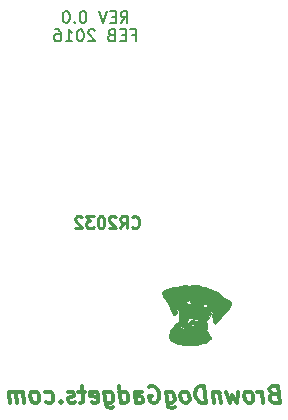
<source format=gbo>
G04 #@! TF.FileFunction,Legend,Bot*
%FSLAX46Y46*%
G04 Gerber Fmt 4.6, Leading zero omitted, Abs format (unit mm)*
G04 Created by KiCad (PCBNEW (2015-08-15 BZR 6092)-product) date 2/28/2016 9:25:34 PM*
%MOMM*%
G01*
G04 APERTURE LIST*
%ADD10C,0.100000*%
%ADD11C,0.150000*%
%ADD12C,0.250000*%
%ADD13C,0.300000*%
%ADD14C,0.010000*%
G04 APERTURE END LIST*
D10*
D11*
X154042857Y-68077381D02*
X154376191Y-67601190D01*
X154614286Y-68077381D02*
X154614286Y-67077381D01*
X154233333Y-67077381D01*
X154138095Y-67125000D01*
X154090476Y-67172619D01*
X154042857Y-67267857D01*
X154042857Y-67410714D01*
X154090476Y-67505952D01*
X154138095Y-67553571D01*
X154233333Y-67601190D01*
X154614286Y-67601190D01*
X153614286Y-67553571D02*
X153280952Y-67553571D01*
X153138095Y-68077381D02*
X153614286Y-68077381D01*
X153614286Y-67077381D01*
X153138095Y-67077381D01*
X152852381Y-67077381D02*
X152519048Y-68077381D01*
X152185714Y-67077381D01*
X150900000Y-67077381D02*
X150804761Y-67077381D01*
X150709523Y-67125000D01*
X150661904Y-67172619D01*
X150614285Y-67267857D01*
X150566666Y-67458333D01*
X150566666Y-67696429D01*
X150614285Y-67886905D01*
X150661904Y-67982143D01*
X150709523Y-68029762D01*
X150804761Y-68077381D01*
X150900000Y-68077381D01*
X150995238Y-68029762D01*
X151042857Y-67982143D01*
X151090476Y-67886905D01*
X151138095Y-67696429D01*
X151138095Y-67458333D01*
X151090476Y-67267857D01*
X151042857Y-67172619D01*
X150995238Y-67125000D01*
X150900000Y-67077381D01*
X150138095Y-67982143D02*
X150090476Y-68029762D01*
X150138095Y-68077381D01*
X150185714Y-68029762D01*
X150138095Y-67982143D01*
X150138095Y-68077381D01*
X149471429Y-67077381D02*
X149376190Y-67077381D01*
X149280952Y-67125000D01*
X149233333Y-67172619D01*
X149185714Y-67267857D01*
X149138095Y-67458333D01*
X149138095Y-67696429D01*
X149185714Y-67886905D01*
X149233333Y-67982143D01*
X149280952Y-68029762D01*
X149376190Y-68077381D01*
X149471429Y-68077381D01*
X149566667Y-68029762D01*
X149614286Y-67982143D01*
X149661905Y-67886905D01*
X149709524Y-67696429D01*
X149709524Y-67458333D01*
X149661905Y-67267857D01*
X149614286Y-67172619D01*
X149566667Y-67125000D01*
X149471429Y-67077381D01*
X154995238Y-69103571D02*
X155328572Y-69103571D01*
X155328572Y-69627381D02*
X155328572Y-68627381D01*
X154852381Y-68627381D01*
X154471429Y-69103571D02*
X154138095Y-69103571D01*
X153995238Y-69627381D02*
X154471429Y-69627381D01*
X154471429Y-68627381D01*
X153995238Y-68627381D01*
X153233333Y-69103571D02*
X153090476Y-69151190D01*
X153042857Y-69198810D01*
X152995238Y-69294048D01*
X152995238Y-69436905D01*
X153042857Y-69532143D01*
X153090476Y-69579762D01*
X153185714Y-69627381D01*
X153566667Y-69627381D01*
X153566667Y-68627381D01*
X153233333Y-68627381D01*
X153138095Y-68675000D01*
X153090476Y-68722619D01*
X153042857Y-68817857D01*
X153042857Y-68913095D01*
X153090476Y-69008333D01*
X153138095Y-69055952D01*
X153233333Y-69103571D01*
X153566667Y-69103571D01*
X151852381Y-68722619D02*
X151804762Y-68675000D01*
X151709524Y-68627381D01*
X151471428Y-68627381D01*
X151376190Y-68675000D01*
X151328571Y-68722619D01*
X151280952Y-68817857D01*
X151280952Y-68913095D01*
X151328571Y-69055952D01*
X151900000Y-69627381D01*
X151280952Y-69627381D01*
X150661905Y-68627381D02*
X150566666Y-68627381D01*
X150471428Y-68675000D01*
X150423809Y-68722619D01*
X150376190Y-68817857D01*
X150328571Y-69008333D01*
X150328571Y-69246429D01*
X150376190Y-69436905D01*
X150423809Y-69532143D01*
X150471428Y-69579762D01*
X150566666Y-69627381D01*
X150661905Y-69627381D01*
X150757143Y-69579762D01*
X150804762Y-69532143D01*
X150852381Y-69436905D01*
X150900000Y-69246429D01*
X150900000Y-69008333D01*
X150852381Y-68817857D01*
X150804762Y-68722619D01*
X150757143Y-68675000D01*
X150661905Y-68627381D01*
X149376190Y-69627381D02*
X149947619Y-69627381D01*
X149661905Y-69627381D02*
X149661905Y-68627381D01*
X149757143Y-68770238D01*
X149852381Y-68865476D01*
X149947619Y-68913095D01*
X148519047Y-68627381D02*
X148709524Y-68627381D01*
X148804762Y-68675000D01*
X148852381Y-68722619D01*
X148947619Y-68865476D01*
X148995238Y-69055952D01*
X148995238Y-69436905D01*
X148947619Y-69532143D01*
X148900000Y-69579762D01*
X148804762Y-69627381D01*
X148614285Y-69627381D01*
X148519047Y-69579762D01*
X148471428Y-69532143D01*
X148423809Y-69436905D01*
X148423809Y-69198810D01*
X148471428Y-69103571D01*
X148519047Y-69055952D01*
X148614285Y-69008333D01*
X148804762Y-69008333D01*
X148900000Y-69055952D01*
X148947619Y-69103571D01*
X148995238Y-69198810D01*
D12*
X154995238Y-85357143D02*
X155042857Y-85404762D01*
X155185714Y-85452381D01*
X155280952Y-85452381D01*
X155423810Y-85404762D01*
X155519048Y-85309524D01*
X155566667Y-85214286D01*
X155614286Y-85023810D01*
X155614286Y-84880952D01*
X155566667Y-84690476D01*
X155519048Y-84595238D01*
X155423810Y-84500000D01*
X155280952Y-84452381D01*
X155185714Y-84452381D01*
X155042857Y-84500000D01*
X154995238Y-84547619D01*
X153995238Y-85452381D02*
X154328572Y-84976190D01*
X154566667Y-85452381D02*
X154566667Y-84452381D01*
X154185714Y-84452381D01*
X154090476Y-84500000D01*
X154042857Y-84547619D01*
X153995238Y-84642857D01*
X153995238Y-84785714D01*
X154042857Y-84880952D01*
X154090476Y-84928571D01*
X154185714Y-84976190D01*
X154566667Y-84976190D01*
X153614286Y-84547619D02*
X153566667Y-84500000D01*
X153471429Y-84452381D01*
X153233333Y-84452381D01*
X153138095Y-84500000D01*
X153090476Y-84547619D01*
X153042857Y-84642857D01*
X153042857Y-84738095D01*
X153090476Y-84880952D01*
X153661905Y-85452381D01*
X153042857Y-85452381D01*
X152423810Y-84452381D02*
X152328571Y-84452381D01*
X152233333Y-84500000D01*
X152185714Y-84547619D01*
X152138095Y-84642857D01*
X152090476Y-84833333D01*
X152090476Y-85071429D01*
X152138095Y-85261905D01*
X152185714Y-85357143D01*
X152233333Y-85404762D01*
X152328571Y-85452381D01*
X152423810Y-85452381D01*
X152519048Y-85404762D01*
X152566667Y-85357143D01*
X152614286Y-85261905D01*
X152661905Y-85071429D01*
X152661905Y-84833333D01*
X152614286Y-84642857D01*
X152566667Y-84547619D01*
X152519048Y-84500000D01*
X152423810Y-84452381D01*
X151757143Y-84452381D02*
X151138095Y-84452381D01*
X151471429Y-84833333D01*
X151328571Y-84833333D01*
X151233333Y-84880952D01*
X151185714Y-84928571D01*
X151138095Y-85023810D01*
X151138095Y-85261905D01*
X151185714Y-85357143D01*
X151233333Y-85404762D01*
X151328571Y-85452381D01*
X151614286Y-85452381D01*
X151709524Y-85404762D01*
X151757143Y-85357143D01*
X150757143Y-84547619D02*
X150709524Y-84500000D01*
X150614286Y-84452381D01*
X150376190Y-84452381D01*
X150280952Y-84500000D01*
X150233333Y-84547619D01*
X150185714Y-84642857D01*
X150185714Y-84738095D01*
X150233333Y-84880952D01*
X150804762Y-85452381D01*
X150185714Y-85452381D01*
D13*
X166954168Y-99500000D02*
X166762501Y-99566667D01*
X166704168Y-99633333D01*
X166654168Y-99766667D01*
X166679168Y-99966667D01*
X166762501Y-100100000D01*
X166837501Y-100166667D01*
X166979168Y-100233333D01*
X167512502Y-100233333D01*
X167337502Y-98833333D01*
X166870835Y-98833333D01*
X166745835Y-98900000D01*
X166687501Y-98966667D01*
X166637501Y-99100000D01*
X166654168Y-99233333D01*
X166737501Y-99366667D01*
X166812502Y-99433333D01*
X166954168Y-99500000D01*
X167420835Y-99500000D01*
X166112502Y-100233333D02*
X165995835Y-99300000D01*
X166029168Y-99566667D02*
X165945835Y-99433333D01*
X165870834Y-99366667D01*
X165729168Y-99300000D01*
X165595835Y-99300000D01*
X165045835Y-100233333D02*
X165170834Y-100166667D01*
X165229168Y-100100000D01*
X165279167Y-99966667D01*
X165229167Y-99566667D01*
X165145835Y-99433333D01*
X165070834Y-99366667D01*
X164929168Y-99300000D01*
X164729168Y-99300000D01*
X164604167Y-99366667D01*
X164545835Y-99433333D01*
X164495834Y-99566667D01*
X164545834Y-99966667D01*
X164629168Y-100100000D01*
X164704167Y-100166667D01*
X164845835Y-100233333D01*
X165045835Y-100233333D01*
X163995834Y-99300000D02*
X163845834Y-100233333D01*
X163495834Y-99566667D01*
X163312501Y-100233333D01*
X162929167Y-99300000D01*
X162395834Y-99300000D02*
X162512501Y-100233333D01*
X162412501Y-99433333D02*
X162337500Y-99366667D01*
X162195834Y-99300000D01*
X161995834Y-99300000D01*
X161870833Y-99366667D01*
X161820834Y-99500000D01*
X161912501Y-100233333D01*
X161245834Y-100233333D02*
X161070834Y-98833333D01*
X160737500Y-98833333D01*
X160545833Y-98900000D01*
X160429167Y-99033333D01*
X160379166Y-99166667D01*
X160345834Y-99433333D01*
X160370834Y-99633333D01*
X160470833Y-99900000D01*
X160554167Y-100033333D01*
X160704166Y-100166667D01*
X160912500Y-100233333D01*
X161245834Y-100233333D01*
X159645834Y-100233333D02*
X159770833Y-100166667D01*
X159829167Y-100100000D01*
X159879166Y-99966667D01*
X159829166Y-99566667D01*
X159745834Y-99433333D01*
X159670833Y-99366667D01*
X159529167Y-99300000D01*
X159329167Y-99300000D01*
X159204166Y-99366667D01*
X159145834Y-99433333D01*
X159095833Y-99566667D01*
X159145833Y-99966667D01*
X159229167Y-100100000D01*
X159304166Y-100166667D01*
X159445834Y-100233333D01*
X159645834Y-100233333D01*
X157862500Y-99300000D02*
X158004167Y-100433333D01*
X158087499Y-100566667D01*
X158162500Y-100633333D01*
X158304166Y-100700000D01*
X158504166Y-100700000D01*
X158629167Y-100633333D01*
X157970833Y-100166667D02*
X158112500Y-100233333D01*
X158379167Y-100233333D01*
X158504166Y-100166667D01*
X158562500Y-100100000D01*
X158612499Y-99966667D01*
X158562499Y-99566667D01*
X158479167Y-99433333D01*
X158404166Y-99366667D01*
X158262500Y-99300000D01*
X157995833Y-99300000D01*
X157870833Y-99366667D01*
X156412499Y-98900000D02*
X156537500Y-98833333D01*
X156737500Y-98833333D01*
X156945833Y-98900000D01*
X157095833Y-99033333D01*
X157179166Y-99166667D01*
X157279166Y-99433333D01*
X157304166Y-99633333D01*
X157270833Y-99900000D01*
X157220833Y-100033333D01*
X157104166Y-100166667D01*
X156912500Y-100233333D01*
X156779166Y-100233333D01*
X156570832Y-100166667D01*
X156495833Y-100100000D01*
X156437500Y-99633333D01*
X156704166Y-99633333D01*
X155312500Y-100233333D02*
X155220833Y-99500000D01*
X155270832Y-99366667D01*
X155395833Y-99300000D01*
X155662499Y-99300000D01*
X155804166Y-99366667D01*
X155304166Y-100166667D02*
X155445833Y-100233333D01*
X155779166Y-100233333D01*
X155904166Y-100166667D01*
X155954166Y-100033333D01*
X155937499Y-99900000D01*
X155854166Y-99766667D01*
X155712499Y-99700000D01*
X155379166Y-99700000D01*
X155237500Y-99633333D01*
X154045833Y-100233333D02*
X153870833Y-98833333D01*
X154037499Y-100166667D02*
X154179166Y-100233333D01*
X154445833Y-100233333D01*
X154570832Y-100166667D01*
X154629166Y-100100000D01*
X154679165Y-99966667D01*
X154629165Y-99566667D01*
X154545833Y-99433333D01*
X154470832Y-99366667D01*
X154329166Y-99300000D01*
X154062499Y-99300000D01*
X153937499Y-99366667D01*
X152662499Y-99300000D02*
X152804166Y-100433333D01*
X152887498Y-100566667D01*
X152962499Y-100633333D01*
X153104165Y-100700000D01*
X153304165Y-100700000D01*
X153429166Y-100633333D01*
X152770832Y-100166667D02*
X152912499Y-100233333D01*
X153179166Y-100233333D01*
X153304165Y-100166667D01*
X153362499Y-100100000D01*
X153412498Y-99966667D01*
X153362498Y-99566667D01*
X153279166Y-99433333D01*
X153204165Y-99366667D01*
X153062499Y-99300000D01*
X152795832Y-99300000D01*
X152670832Y-99366667D01*
X151570831Y-100166667D02*
X151712499Y-100233333D01*
X151979165Y-100233333D01*
X152104165Y-100166667D01*
X152154165Y-100033333D01*
X152087498Y-99500000D01*
X152004165Y-99366667D01*
X151862498Y-99300000D01*
X151595832Y-99300000D01*
X151470831Y-99366667D01*
X151420832Y-99500000D01*
X151437499Y-99633333D01*
X152120831Y-99766667D01*
X150995832Y-99300000D02*
X150462498Y-99300000D01*
X150737499Y-98833333D02*
X150887499Y-100033333D01*
X150837498Y-100166667D01*
X150712499Y-100233333D01*
X150579165Y-100233333D01*
X150170831Y-100166667D02*
X150045832Y-100233333D01*
X149779165Y-100233333D01*
X149637498Y-100166667D01*
X149554165Y-100033333D01*
X149545831Y-99966667D01*
X149595832Y-99833333D01*
X149720831Y-99766667D01*
X149920831Y-99766667D01*
X150045832Y-99700000D01*
X150095831Y-99566667D01*
X150087498Y-99500000D01*
X150004165Y-99366667D01*
X149862498Y-99300000D01*
X149662498Y-99300000D01*
X149537498Y-99366667D01*
X148962499Y-100100000D02*
X148904165Y-100166667D01*
X148979166Y-100233333D01*
X149037498Y-100166667D01*
X148962499Y-100100000D01*
X148979166Y-100233333D01*
X147704165Y-100166667D02*
X147845832Y-100233333D01*
X148112499Y-100233333D01*
X148237498Y-100166667D01*
X148295832Y-100100000D01*
X148345831Y-99966667D01*
X148295831Y-99566667D01*
X148212499Y-99433333D01*
X148137498Y-99366667D01*
X147995832Y-99300000D01*
X147729165Y-99300000D01*
X147604165Y-99366667D01*
X146912499Y-100233333D02*
X147037498Y-100166667D01*
X147095832Y-100100000D01*
X147145831Y-99966667D01*
X147095831Y-99566667D01*
X147012499Y-99433333D01*
X146937498Y-99366667D01*
X146795832Y-99300000D01*
X146595832Y-99300000D01*
X146470831Y-99366667D01*
X146412499Y-99433333D01*
X146362498Y-99566667D01*
X146412498Y-99966667D01*
X146495832Y-100100000D01*
X146570831Y-100166667D01*
X146712499Y-100233333D01*
X146912499Y-100233333D01*
X145845832Y-100233333D02*
X145729165Y-99300000D01*
X145745832Y-99433333D02*
X145670831Y-99366667D01*
X145529165Y-99300000D01*
X145329165Y-99300000D01*
X145204164Y-99366667D01*
X145154165Y-99500000D01*
X145245832Y-100233333D01*
X145154165Y-99500000D02*
X145070831Y-99366667D01*
X144929165Y-99300000D01*
X144729165Y-99300000D01*
X144604164Y-99366667D01*
X144554165Y-99500000D01*
X144645832Y-100233333D01*
D14*
G36*
X158910133Y-93428676D02*
X158918334Y-93490548D01*
X158936569Y-93589881D01*
X158982064Y-93718014D01*
X158999657Y-93756751D01*
X159080981Y-93925072D01*
X159435771Y-93976369D01*
X159615068Y-94000362D01*
X159774936Y-94018353D01*
X159886963Y-94027233D01*
X159904781Y-94027666D01*
X159988300Y-94038705D01*
X160019000Y-94062204D01*
X160052693Y-94101499D01*
X160138184Y-94161955D01*
X160193130Y-94194609D01*
X160293447Y-94245057D01*
X160385947Y-94270930D01*
X160500151Y-94276345D01*
X160665581Y-94265418D01*
X160687095Y-94263492D01*
X160866489Y-94240801D01*
X161032782Y-94208834D01*
X161150767Y-94174397D01*
X161153135Y-94173421D01*
X161274213Y-94127038D01*
X161340742Y-94122153D01*
X161375084Y-94164866D01*
X161394834Y-94239333D01*
X161423836Y-94328153D01*
X161455123Y-94366306D01*
X161455814Y-94366333D01*
X161500057Y-94402173D01*
X161555666Y-94490914D01*
X161609590Y-94604387D01*
X161648778Y-94714424D01*
X161660178Y-94792858D01*
X161657896Y-94802483D01*
X161597621Y-94874853D01*
X161477237Y-94962556D01*
X161317116Y-95054641D01*
X161137633Y-95140154D01*
X160959161Y-95208146D01*
X160844500Y-95239719D01*
X160317660Y-95329232D01*
X159835327Y-95358526D01*
X159383280Y-95328373D01*
X159334997Y-95321491D01*
X159152079Y-95292257D01*
X158987816Y-95262875D01*
X158870461Y-95238493D01*
X158848164Y-95232793D01*
X158751529Y-95210640D01*
X158696084Y-95206055D01*
X158665385Y-95181225D01*
X158664334Y-95170666D01*
X158628883Y-95136255D01*
X158579789Y-95128333D01*
X158501308Y-95101148D01*
X158393835Y-95031692D01*
X158329198Y-94978320D01*
X158201330Y-94838295D01*
X158135775Y-94695582D01*
X158131057Y-94533882D01*
X158185704Y-94336901D01*
X158256415Y-94173654D01*
X158337371Y-94026179D01*
X158443352Y-93864678D01*
X158561546Y-93705138D01*
X158679143Y-93563550D01*
X158783333Y-93455904D01*
X158861303Y-93398190D01*
X158882141Y-93392666D01*
X158910133Y-93428676D01*
X158910133Y-93428676D01*
G37*
X158910133Y-93428676D02*
X158918334Y-93490548D01*
X158936569Y-93589881D01*
X158982064Y-93718014D01*
X158999657Y-93756751D01*
X159080981Y-93925072D01*
X159435771Y-93976369D01*
X159615068Y-94000362D01*
X159774936Y-94018353D01*
X159886963Y-94027233D01*
X159904781Y-94027666D01*
X159988300Y-94038705D01*
X160019000Y-94062204D01*
X160052693Y-94101499D01*
X160138184Y-94161955D01*
X160193130Y-94194609D01*
X160293447Y-94245057D01*
X160385947Y-94270930D01*
X160500151Y-94276345D01*
X160665581Y-94265418D01*
X160687095Y-94263492D01*
X160866489Y-94240801D01*
X161032782Y-94208834D01*
X161150767Y-94174397D01*
X161153135Y-94173421D01*
X161274213Y-94127038D01*
X161340742Y-94122153D01*
X161375084Y-94164866D01*
X161394834Y-94239333D01*
X161423836Y-94328153D01*
X161455123Y-94366306D01*
X161455814Y-94366333D01*
X161500057Y-94402173D01*
X161555666Y-94490914D01*
X161609590Y-94604387D01*
X161648778Y-94714424D01*
X161660178Y-94792858D01*
X161657896Y-94802483D01*
X161597621Y-94874853D01*
X161477237Y-94962556D01*
X161317116Y-95054641D01*
X161137633Y-95140154D01*
X160959161Y-95208146D01*
X160844500Y-95239719D01*
X160317660Y-95329232D01*
X159835327Y-95358526D01*
X159383280Y-95328373D01*
X159334997Y-95321491D01*
X159152079Y-95292257D01*
X158987816Y-95262875D01*
X158870461Y-95238493D01*
X158848164Y-95232793D01*
X158751529Y-95210640D01*
X158696084Y-95206055D01*
X158665385Y-95181225D01*
X158664334Y-95170666D01*
X158628883Y-95136255D01*
X158579789Y-95128333D01*
X158501308Y-95101148D01*
X158393835Y-95031692D01*
X158329198Y-94978320D01*
X158201330Y-94838295D01*
X158135775Y-94695582D01*
X158131057Y-94533882D01*
X158185704Y-94336901D01*
X158256415Y-94173654D01*
X158337371Y-94026179D01*
X158443352Y-93864678D01*
X158561546Y-93705138D01*
X158679143Y-93563550D01*
X158783333Y-93455904D01*
X158861303Y-93398190D01*
X158882141Y-93392666D01*
X158910133Y-93428676D01*
G36*
X159638667Y-90242668D02*
X159662231Y-90282157D01*
X159667337Y-90299540D01*
X159704615Y-90363975D01*
X159741537Y-90372572D01*
X159805464Y-90356891D01*
X159928334Y-90333120D01*
X160085400Y-90305998D01*
X160110852Y-90301857D01*
X160345325Y-90276340D01*
X160559960Y-90284198D01*
X160780415Y-90329634D01*
X161032348Y-90416849D01*
X161175144Y-90476145D01*
X161368051Y-90551281D01*
X161575329Y-90619590D01*
X161743236Y-90664154D01*
X162043259Y-90749163D01*
X162282284Y-90867829D01*
X162481501Y-91033477D01*
X162640464Y-91228344D01*
X162767144Y-91353109D01*
X162951545Y-91463232D01*
X162978379Y-91475459D01*
X163170783Y-91569450D01*
X163291580Y-91653369D01*
X163351613Y-91736393D01*
X163363300Y-91801144D01*
X163340586Y-91915619D01*
X163281896Y-92064355D01*
X163201311Y-92221041D01*
X163112912Y-92359363D01*
X163030779Y-92453010D01*
X163004808Y-92471062D01*
X162921788Y-92535428D01*
X162806465Y-92651600D01*
X162674069Y-92801315D01*
X162539826Y-92966313D01*
X162418965Y-93128331D01*
X162326715Y-93269108D01*
X162302020Y-93313840D01*
X162228312Y-93427846D01*
X162147068Y-93511381D01*
X162127782Y-93523886D01*
X162051531Y-93549246D01*
X161990502Y-93514872D01*
X161959139Y-93478961D01*
X161870198Y-93321183D01*
X161819573Y-93109977D01*
X161805655Y-92836060D01*
X161814012Y-92641250D01*
X161821456Y-92460945D01*
X161817442Y-92331104D01*
X161804529Y-92258682D01*
X161785278Y-92250638D01*
X161762250Y-92313928D01*
X161740046Y-92440302D01*
X161669513Y-92699013D01*
X161531967Y-92970392D01*
X161405053Y-93151467D01*
X161335830Y-93243888D01*
X161302974Y-93315550D01*
X161300764Y-93398512D01*
X161323480Y-93524832D01*
X161331584Y-93563182D01*
X161358459Y-93788686D01*
X161329024Y-93954305D01*
X161241799Y-94064664D01*
X161157578Y-94107531D01*
X160992369Y-94146403D01*
X160784831Y-94170121D01*
X160575157Y-94175971D01*
X160403536Y-94161237D01*
X160393061Y-94159172D01*
X160255987Y-94117281D01*
X160136053Y-94060010D01*
X160131197Y-94056895D01*
X160036166Y-94015822D01*
X159888432Y-93974664D01*
X159719496Y-93942154D01*
X159714803Y-93941458D01*
X159477578Y-93901957D01*
X159309373Y-93861153D01*
X159194644Y-93813554D01*
X159117847Y-93753671D01*
X159091562Y-93721309D01*
X159042958Y-93630166D01*
X159838569Y-93630166D01*
X159842676Y-93656556D01*
X159844908Y-93658841D01*
X159914253Y-93687196D01*
X160024592Y-93697578D01*
X160036955Y-93697269D01*
X160142820Y-93704183D01*
X160206888Y-93728440D01*
X160210336Y-93732684D01*
X160269933Y-93768311D01*
X160307249Y-93773018D01*
X160352849Y-93764857D01*
X160320493Y-93735418D01*
X160281415Y-93684844D01*
X160284989Y-93661516D01*
X160280641Y-93602796D01*
X160248080Y-93542858D01*
X160203656Y-93491620D01*
X160188948Y-93510128D01*
X160188334Y-93528778D01*
X160161926Y-93577410D01*
X160103667Y-93574266D01*
X160034017Y-93576452D01*
X160019000Y-93604331D01*
X159983639Y-93639108D01*
X159909957Y-93635691D01*
X159838569Y-93630166D01*
X159042958Y-93630166D01*
X159039942Y-93624511D01*
X158991894Y-93495448D01*
X158955754Y-93363306D01*
X158954263Y-93353357D01*
X159680334Y-93353357D01*
X159689882Y-93458271D01*
X159713686Y-93515874D01*
X159722667Y-93519666D01*
X159805448Y-93502504D01*
X159816275Y-93461824D01*
X159828206Y-93402857D01*
X159868383Y-93326964D01*
X159911668Y-93273400D01*
X159967562Y-93246769D01*
X160060668Y-93241297D01*
X160197310Y-93249743D01*
X160388198Y-93278152D01*
X160514734Y-93333973D01*
X160595502Y-93427591D01*
X160622931Y-93487582D01*
X160619894Y-93554039D01*
X160546403Y-93615001D01*
X160525543Y-93626253D01*
X160440424Y-93675838D01*
X160400435Y-93710096D01*
X160400000Y-93712060D01*
X160434232Y-93717609D01*
X160512347Y-93705495D01*
X160597479Y-93683501D01*
X160652760Y-93659411D01*
X160653890Y-93658460D01*
X160670822Y-93599215D01*
X160670424Y-93490810D01*
X160656283Y-93366128D01*
X160631986Y-93258051D01*
X160604081Y-93201859D01*
X160540583Y-93173662D01*
X160418489Y-93140058D01*
X160263209Y-93106211D01*
X160100153Y-93077281D01*
X159954730Y-93058432D01*
X159876286Y-93054000D01*
X159776854Y-93092333D01*
X159707675Y-93195481D01*
X159680390Y-93345659D01*
X159680334Y-93353357D01*
X158954263Y-93353357D01*
X158939858Y-93257271D01*
X158946226Y-93212449D01*
X158955066Y-93158617D01*
X158963479Y-93036446D01*
X158970676Y-92862267D01*
X158975869Y-92652408D01*
X158977052Y-92574751D01*
X158978789Y-92370887D01*
X158978432Y-92211188D01*
X158976154Y-92107356D01*
X158972276Y-92072414D01*
X160996992Y-92072414D01*
X161023787Y-92111769D01*
X161103195Y-92122265D01*
X161160647Y-92122666D01*
X161293037Y-92107554D01*
X161356223Y-92064566D01*
X161357089Y-92062474D01*
X161356678Y-91980479D01*
X161331781Y-91911835D01*
X161270482Y-91846235D01*
X161168702Y-91832822D01*
X161148604Y-91834444D01*
X161053439Y-91855186D01*
X161012321Y-91911319D01*
X161000568Y-91985083D01*
X160996992Y-92072414D01*
X158972276Y-92072414D01*
X158972129Y-92071090D01*
X158969736Y-92080333D01*
X158916790Y-92330319D01*
X158838126Y-92538490D01*
X158740494Y-92693117D01*
X158630644Y-92782473D01*
X158555495Y-92800000D01*
X158507491Y-92788797D01*
X158462963Y-92746018D01*
X158413334Y-92657908D01*
X158350025Y-92510711D01*
X158307067Y-92401650D01*
X158214354Y-92190664D01*
X158089152Y-91944435D01*
X157951247Y-91700184D01*
X159581978Y-91700184D01*
X159584583Y-91712650D01*
X159648138Y-91836820D01*
X159752306Y-91898921D01*
X159875544Y-91890620D01*
X159944917Y-91852070D01*
X160004164Y-91785074D01*
X160016437Y-91725049D01*
X159976667Y-91699333D01*
X159939110Y-91665045D01*
X159934334Y-91635833D01*
X159896639Y-91585319D01*
X159810796Y-91572333D01*
X159665886Y-91584519D01*
X159592870Y-91625116D01*
X159581978Y-91700184D01*
X157951247Y-91700184D01*
X157948928Y-91696078D01*
X157854895Y-91544400D01*
X157730586Y-91349738D01*
X157647572Y-91209377D01*
X157598934Y-91108020D01*
X157577752Y-91030372D01*
X157577104Y-90961137D01*
X157580248Y-90937333D01*
X157621590Y-90814021D01*
X157689908Y-90718585D01*
X157693565Y-90715491D01*
X157809026Y-90649499D01*
X157988226Y-90581127D01*
X158210673Y-90516565D01*
X158455873Y-90462002D01*
X158627426Y-90433446D01*
X158824101Y-90400533D01*
X159026222Y-90358689D01*
X159172334Y-90321793D01*
X159373712Y-90265147D01*
X159508900Y-90233512D01*
X159592387Y-90226236D01*
X159638667Y-90242668D01*
X159638667Y-90242668D01*
G37*
X159638667Y-90242668D02*
X159662231Y-90282157D01*
X159667337Y-90299540D01*
X159704615Y-90363975D01*
X159741537Y-90372572D01*
X159805464Y-90356891D01*
X159928334Y-90333120D01*
X160085400Y-90305998D01*
X160110852Y-90301857D01*
X160345325Y-90276340D01*
X160559960Y-90284198D01*
X160780415Y-90329634D01*
X161032348Y-90416849D01*
X161175144Y-90476145D01*
X161368051Y-90551281D01*
X161575329Y-90619590D01*
X161743236Y-90664154D01*
X162043259Y-90749163D01*
X162282284Y-90867829D01*
X162481501Y-91033477D01*
X162640464Y-91228344D01*
X162767144Y-91353109D01*
X162951545Y-91463232D01*
X162978379Y-91475459D01*
X163170783Y-91569450D01*
X163291580Y-91653369D01*
X163351613Y-91736393D01*
X163363300Y-91801144D01*
X163340586Y-91915619D01*
X163281896Y-92064355D01*
X163201311Y-92221041D01*
X163112912Y-92359363D01*
X163030779Y-92453010D01*
X163004808Y-92471062D01*
X162921788Y-92535428D01*
X162806465Y-92651600D01*
X162674069Y-92801315D01*
X162539826Y-92966313D01*
X162418965Y-93128331D01*
X162326715Y-93269108D01*
X162302020Y-93313840D01*
X162228312Y-93427846D01*
X162147068Y-93511381D01*
X162127782Y-93523886D01*
X162051531Y-93549246D01*
X161990502Y-93514872D01*
X161959139Y-93478961D01*
X161870198Y-93321183D01*
X161819573Y-93109977D01*
X161805655Y-92836060D01*
X161814012Y-92641250D01*
X161821456Y-92460945D01*
X161817442Y-92331104D01*
X161804529Y-92258682D01*
X161785278Y-92250638D01*
X161762250Y-92313928D01*
X161740046Y-92440302D01*
X161669513Y-92699013D01*
X161531967Y-92970392D01*
X161405053Y-93151467D01*
X161335830Y-93243888D01*
X161302974Y-93315550D01*
X161300764Y-93398512D01*
X161323480Y-93524832D01*
X161331584Y-93563182D01*
X161358459Y-93788686D01*
X161329024Y-93954305D01*
X161241799Y-94064664D01*
X161157578Y-94107531D01*
X160992369Y-94146403D01*
X160784831Y-94170121D01*
X160575157Y-94175971D01*
X160403536Y-94161237D01*
X160393061Y-94159172D01*
X160255987Y-94117281D01*
X160136053Y-94060010D01*
X160131197Y-94056895D01*
X160036166Y-94015822D01*
X159888432Y-93974664D01*
X159719496Y-93942154D01*
X159714803Y-93941458D01*
X159477578Y-93901957D01*
X159309373Y-93861153D01*
X159194644Y-93813554D01*
X159117847Y-93753671D01*
X159091562Y-93721309D01*
X159042958Y-93630166D01*
X159838569Y-93630166D01*
X159842676Y-93656556D01*
X159844908Y-93658841D01*
X159914253Y-93687196D01*
X160024592Y-93697578D01*
X160036955Y-93697269D01*
X160142820Y-93704183D01*
X160206888Y-93728440D01*
X160210336Y-93732684D01*
X160269933Y-93768311D01*
X160307249Y-93773018D01*
X160352849Y-93764857D01*
X160320493Y-93735418D01*
X160281415Y-93684844D01*
X160284989Y-93661516D01*
X160280641Y-93602796D01*
X160248080Y-93542858D01*
X160203656Y-93491620D01*
X160188948Y-93510128D01*
X160188334Y-93528778D01*
X160161926Y-93577410D01*
X160103667Y-93574266D01*
X160034017Y-93576452D01*
X160019000Y-93604331D01*
X159983639Y-93639108D01*
X159909957Y-93635691D01*
X159838569Y-93630166D01*
X159042958Y-93630166D01*
X159039942Y-93624511D01*
X158991894Y-93495448D01*
X158955754Y-93363306D01*
X158954263Y-93353357D01*
X159680334Y-93353357D01*
X159689882Y-93458271D01*
X159713686Y-93515874D01*
X159722667Y-93519666D01*
X159805448Y-93502504D01*
X159816275Y-93461824D01*
X159828206Y-93402857D01*
X159868383Y-93326964D01*
X159911668Y-93273400D01*
X159967562Y-93246769D01*
X160060668Y-93241297D01*
X160197310Y-93249743D01*
X160388198Y-93278152D01*
X160514734Y-93333973D01*
X160595502Y-93427591D01*
X160622931Y-93487582D01*
X160619894Y-93554039D01*
X160546403Y-93615001D01*
X160525543Y-93626253D01*
X160440424Y-93675838D01*
X160400435Y-93710096D01*
X160400000Y-93712060D01*
X160434232Y-93717609D01*
X160512347Y-93705495D01*
X160597479Y-93683501D01*
X160652760Y-93659411D01*
X160653890Y-93658460D01*
X160670822Y-93599215D01*
X160670424Y-93490810D01*
X160656283Y-93366128D01*
X160631986Y-93258051D01*
X160604081Y-93201859D01*
X160540583Y-93173662D01*
X160418489Y-93140058D01*
X160263209Y-93106211D01*
X160100153Y-93077281D01*
X159954730Y-93058432D01*
X159876286Y-93054000D01*
X159776854Y-93092333D01*
X159707675Y-93195481D01*
X159680390Y-93345659D01*
X159680334Y-93353357D01*
X158954263Y-93353357D01*
X158939858Y-93257271D01*
X158946226Y-93212449D01*
X158955066Y-93158617D01*
X158963479Y-93036446D01*
X158970676Y-92862267D01*
X158975869Y-92652408D01*
X158977052Y-92574751D01*
X158978789Y-92370887D01*
X158978432Y-92211188D01*
X158976154Y-92107356D01*
X158972276Y-92072414D01*
X160996992Y-92072414D01*
X161023787Y-92111769D01*
X161103195Y-92122265D01*
X161160647Y-92122666D01*
X161293037Y-92107554D01*
X161356223Y-92064566D01*
X161357089Y-92062474D01*
X161356678Y-91980479D01*
X161331781Y-91911835D01*
X161270482Y-91846235D01*
X161168702Y-91832822D01*
X161148604Y-91834444D01*
X161053439Y-91855186D01*
X161012321Y-91911319D01*
X161000568Y-91985083D01*
X160996992Y-92072414D01*
X158972276Y-92072414D01*
X158972129Y-92071090D01*
X158969736Y-92080333D01*
X158916790Y-92330319D01*
X158838126Y-92538490D01*
X158740494Y-92693117D01*
X158630644Y-92782473D01*
X158555495Y-92800000D01*
X158507491Y-92788797D01*
X158462963Y-92746018D01*
X158413334Y-92657908D01*
X158350025Y-92510711D01*
X158307067Y-92401650D01*
X158214354Y-92190664D01*
X158089152Y-91944435D01*
X157951247Y-91700184D01*
X159581978Y-91700184D01*
X159584583Y-91712650D01*
X159648138Y-91836820D01*
X159752306Y-91898921D01*
X159875544Y-91890620D01*
X159944917Y-91852070D01*
X160004164Y-91785074D01*
X160016437Y-91725049D01*
X159976667Y-91699333D01*
X159939110Y-91665045D01*
X159934334Y-91635833D01*
X159896639Y-91585319D01*
X159810796Y-91572333D01*
X159665886Y-91584519D01*
X159592870Y-91625116D01*
X159581978Y-91700184D01*
X157951247Y-91700184D01*
X157948928Y-91696078D01*
X157854895Y-91544400D01*
X157730586Y-91349738D01*
X157647572Y-91209377D01*
X157598934Y-91108020D01*
X157577752Y-91030372D01*
X157577104Y-90961137D01*
X157580248Y-90937333D01*
X157621590Y-90814021D01*
X157689908Y-90718585D01*
X157693565Y-90715491D01*
X157809026Y-90649499D01*
X157988226Y-90581127D01*
X158210673Y-90516565D01*
X158455873Y-90462002D01*
X158627426Y-90433446D01*
X158824101Y-90400533D01*
X159026222Y-90358689D01*
X159172334Y-90321793D01*
X159373712Y-90265147D01*
X159508900Y-90233512D01*
X159592387Y-90226236D01*
X159638667Y-90242668D01*
G36*
X159807334Y-93498500D02*
X159786167Y-93519666D01*
X159765000Y-93498500D01*
X159786167Y-93477333D01*
X159807334Y-93498500D01*
X159807334Y-93498500D01*
G37*
X159807334Y-93498500D02*
X159786167Y-93519666D01*
X159765000Y-93498500D01*
X159786167Y-93477333D01*
X159807334Y-93498500D01*
G36*
X160611667Y-93286833D02*
X160590500Y-93308000D01*
X160569334Y-93286833D01*
X160590500Y-93265666D01*
X160611667Y-93286833D01*
X160611667Y-93286833D01*
G37*
X160611667Y-93286833D02*
X160590500Y-93308000D01*
X160569334Y-93286833D01*
X160590500Y-93265666D01*
X160611667Y-93286833D01*
M02*

</source>
